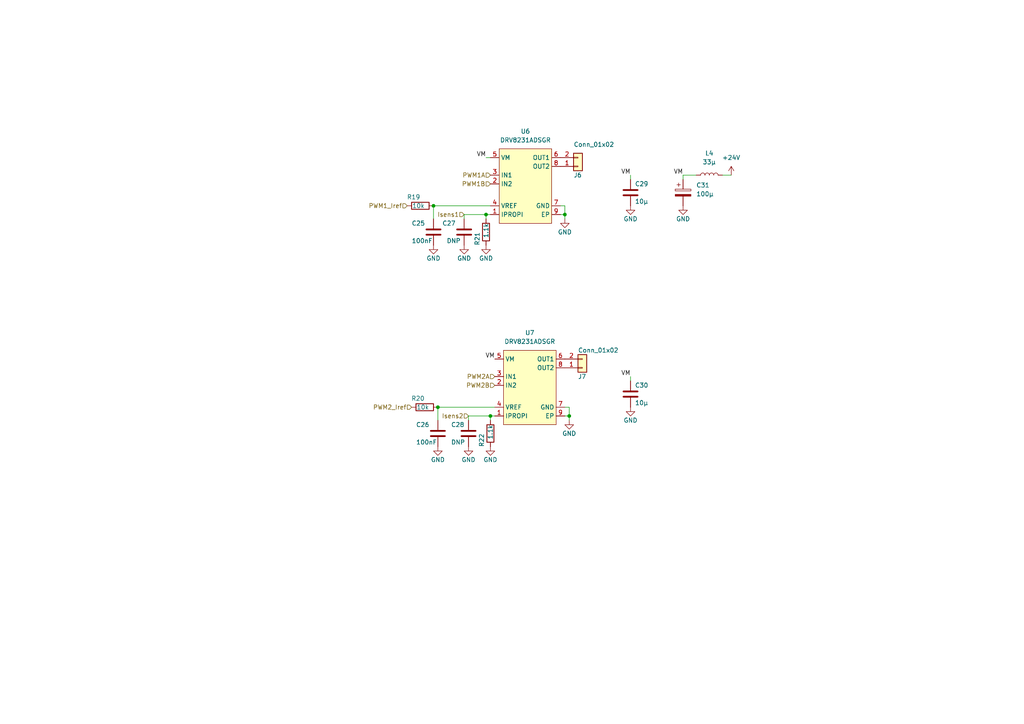
<source format=kicad_sch>
(kicad_sch (version 20211123) (generator eeschema)
  (paper "A4")
  (lib_symbols
    (symbol "Bergi:DRV8231ADSGR"
      (property "Reference" "U" (at -6.35 3.81 0))
      (property "Value" "DRV8231ADSGR" (at 0 -20.32 0))
      (symbol "DRV8231ADSGR_0_1"
        (rectangle (start -7.62 2.54) (end 7.62 -19.05) (fill (type background)))
      )
      (symbol "DRV8231ADSGR_1_1"
        (pin unspecified line (at -10.16 -16.51 0) (length 2.54) (name "IPROPI") (number "1"))
        (pin unspecified line (at -10.16 -7.62 0) (length 2.54) (name "IN2") (number "2"))
        (pin unspecified line (at -10.16 -5.08 0) (length 2.54) (name "IN1") (number "3"))
        (pin unspecified line (at -10.16 -13.97 0) (length 2.54) (name "VREF") (number "4"))
        (pin unspecified line (at -10.16 0 0) (length 2.54) (name "VM") (number "5"))
        (pin unspecified line (at 10.16 0 180) (length 2.54) (name "OUT1") (number "6"))
        (pin unspecified line (at 10.16 -13.97 180) (length 2.54) (name "GND") (number "7"))
        (pin unspecified line (at 10.16 -2.54 180) (length 2.54) (name "OUT2") (number "8"))
        (pin unspecified line (at 10.16 -16.51 180) (length 2.54) (name "EP") (number "9"))
      )
    )
    (symbol "Connector_Generic:Conn_01x02" (pin_names (offset 1.016) hide)
      (property "Reference" "J" (at 0 2.54 0))
      (property "Value" "Conn_01x02" (at 0 -5.08 0))
      (symbol "Conn_01x02_1_1"
        (rectangle (start -1.27 -2.413) (end 0 -2.667) (stroke (width 0.1524)))
        (rectangle (start -1.27 0.127) (end 0 -0.127) (stroke (width 0.1524)))
        (rectangle (start -1.27 1.27) (end 1.27 -3.81) (stroke (width 0.254)) (fill (type background)))
        (pin passive line (at -5.08 0 0) (length 3.81) (name "Pin_1") (number "1"))
        (pin passive line (at -5.08 -2.54 0) (length 3.81) (name "Pin_2") (number "2"))
      )
    )
    (symbol "Device:C" (pin_numbers hide) (pin_names (offset 0.254))
      (property "Reference" "C" (at 0.635 2.54 0))
      (property "Value" "C" (at 0.635 -2.54 0))
      (symbol "C_0_1"
        (polyline (pts (xy -2.032 -0.762) (xy 2.032 -0.762)) (stroke (width 0.508)))
        (polyline (pts (xy -2.032 0.762) (xy 2.032 0.762)) (stroke (width 0.508)))
      )
      (symbol "C_1_1"
        (pin passive line (at 0 3.81 270) (length 2.794) (name "~") (number "1"))
        (pin passive line (at 0 -3.81 90) (length 2.794) (name "~") (number "2"))
      )
    )
    (symbol "Device:C_Polarized" (pin_numbers hide) (pin_names (offset 0.254))
      (property "Reference" "C" (at 0.635 2.54 0))
      (property "Value" "C_Polarized" (at 0.635 -2.54 0))
      (symbol "C_Polarized_0_1"
        (rectangle (start -2.286 0.508) (end 2.286 1.016))
        (polyline (pts (xy -1.778 2.286) (xy -0.762 2.286)))
        (polyline (pts (xy -1.27 2.794) (xy -1.27 1.778)))
        (rectangle (start 2.286 -0.508) (end -2.286 -1.016) (fill (type outline)))
      )
      (symbol "C_Polarized_1_1"
        (pin passive line (at 0 3.81 270) (length 2.794) (name "~") (number "1"))
        (pin passive line (at 0 -3.81 90) (length 2.794) (name "~") (number "2"))
      )
    )
    (symbol "Device:L" (pin_numbers hide) (pin_names (offset 1.016) hide)
      (property "Reference" "L" (at -1.27 0 90))
      (property "Value" "L" (at 1.905 0 90))
      (symbol "L_0_1"
        (arc (start 0 -2.54) (mid 0.635 -1.905) (end 0 -1.27))
        (arc (start 0 -1.27) (mid 0.635 -0.635) (end 0 0))
        (arc (start 0 0) (mid 0.635 0.635) (end 0 1.27))
        (arc (start 0 1.27) (mid 0.635 1.905) (end 0 2.54))
      )
      (symbol "L_1_1"
        (pin passive line (at 0 3.81 270) (length 1.27) (name "1") (number "1"))
        (pin passive line (at 0 -3.81 90) (length 1.27) (name "2") (number "2"))
      )
    )
    (symbol "Device:R" (pin_numbers hide) (pin_names (offset 0))
      (property "Reference" "R" (at 2.032 0 90))
      (property "Value" "R" (at 0 0 90))
      (symbol "R_0_1"
        (rectangle (start -1.016 -2.54) (end 1.016 2.54) (stroke (width 0.254)))
      )
      (symbol "R_1_1"
        (pin passive line (at 0 3.81 270) (length 1.27) (name "~") (number "1"))
        (pin passive line (at 0 -3.81 90) (length 1.27) (name "~") (number "2"))
      )
    )
    (symbol "power:+24V" (power) (pin_names (offset 0))
      (property "Value" "+24V" (at 0 3.556 0))
      (symbol "+24V_0_1"
        (polyline (pts (xy -0.762 1.27) (xy 0 2.54)))
        (polyline (pts (xy 0 0) (xy 0 2.54)))
        (polyline (pts (xy 0 2.54) (xy 0.762 1.27)))
      )
      (symbol "+24V_1_1"
        (pin power_in line (at 0 0 90) (length 0) hide (name "+24V") (number "1"))
      )
    )
    (symbol "power:GND" (power) (pin_names (offset 0))
      (property "Value" "GND" (at 0 -3.81 0))
      (symbol "GND_0_1"
        (polyline (pts (xy 0 0) (xy 0 -1.27) (xy 1.27 -1.27) (xy 0 -2.54) (xy -1.27 -1.27) (xy 0 -1.27)))
      )
      (symbol "GND_1_1"
        (pin power_in line (at 0 0 270) (length 0) hide (name "GND") (number "1"))
      )
    )
  )
  (junction (at 165.1 120.65))
  (junction (at 163.83 62.23))
  (junction (at 127 118.11))
  (junction (at 140.97 62.23))
  (junction (at 142.24 120.65))
  (junction (at 125.73 59.69))
  (wire (pts (xy 125.73 59.69) (xy 142.24 59.69)))
  (wire (pts (xy 165.1 118.11) (xy 165.1 120.65)))
  (wire (pts (xy 134.62 62.23) (xy 140.97 62.23)))
  (wire (pts (xy 125.73 59.69) (xy 125.73 63.5)))
  (wire (pts (xy 165.1 121.92) (xy 165.1 120.65)))
  (wire (pts (xy 135.89 120.65) (xy 142.24 120.65)))
  (wire (pts (xy 162.56 59.69) (xy 163.83 59.69)))
  (wire (pts (xy 209.55 50.8) (xy 212.09 50.8)))
  (wire (pts (xy 163.83 63.5) (xy 163.83 62.23)))
  (wire (pts (xy 127 118.11) (xy 143.51 118.11)))
  (wire (pts (xy 201.93 50.8) (xy 198.12 50.8)))
  (wire (pts (xy 140.97 62.23) (xy 142.24 62.23)))
  (wire (pts (xy 134.62 63.5) (xy 134.62 62.23)))
  (wire (pts (xy 127 121.92) (xy 127 118.11)))
  (wire (pts (xy 140.97 63.5) (xy 140.97 62.23)))
  (wire (pts (xy 135.89 121.92) (xy 135.89 120.65)))
  (wire (pts (xy 182.88 109.22) (xy 182.88 110.49)))
  (wire (pts (xy 142.24 120.65) (xy 143.51 120.65)))
  (wire (pts (xy 142.24 121.92) (xy 142.24 120.65)))
  (wire (pts (xy 165.1 120.65) (xy 163.83 120.65)))
  (wire (pts (xy 163.83 62.23) (xy 162.56 62.23)))
  (wire (pts (xy 140.97 45.72) (xy 142.24 45.72)))
  (wire (pts (xy 163.83 59.69) (xy 163.83 62.23)))
  (wire (pts (xy 182.88 50.8) (xy 182.88 52.07)))
  (wire (pts (xy 198.12 50.8) (xy 198.12 52.07)))
  (wire (pts (xy 163.83 118.11) (xy 165.1 118.11)))
  (label "VM" (at 143.51 104.14 180))
  (label "VM" (at 182.88 109.22 180))
  (label "VM" (at 182.88 50.8 180))
  (label "VM" (at 140.97 45.72 180))
  (label "VM" (at 198.12 50.8 180))
  (hierarchical_label "PWM2B" (shape input) (at 143.51 111.76 180))
  (hierarchical_label "PWM2A" (shape input) (at 143.51 109.22 180))
  (hierarchical_label "PWM1A" (shape input) (at 142.24 50.8 180))
  (hierarchical_label "PWM1B" (shape input) (at 142.24 53.34 180))
  (hierarchical_label "Isens1" (shape input) (at 134.62 62.23 180))
  (hierarchical_label "PWM2_Iref" (shape input) (at 119.38 118.11 180))
  (hierarchical_label "Isens2" (shape input) (at 135.89 120.65 180))
  (hierarchical_label "PWM1_Iref" (shape input) (at 118.11 59.69 180))
  (symbol (lib_id "Device:C") (at 134.62 67.31 0) (unit 1)
    (property "Reference" "C27" (at 128.27 64.77 0) (effects (justify left)))
    (property "Value" "DNP" (at 129.54 69.85 0) (effects (justify left)))
    (property "Footprint" "Capacitor_SMD:C_0603_1608Metric" (effects hide))
  )
  (symbol (lib_id "Device:C") (at 125.73 67.31 0) (unit 1)
    (property "Reference" "C25" (at 119.38 64.77 0) (effects (justify left)))
    (property "Value" "100nF" (at 119.38 69.85 0) (effects (justify left)))
    (property "Footprint" "Capacitor_SMD:C_0603_1608Metric" (effects hide))
  )
  (symbol (lib_id "power:GND") (at 142.24 129.54 0) (unit 1)
    (property "Reference" "#PWR078" (effects hide))
    (property "Value" "GND" (at 142.24 133.35 0))
  )
  (symbol (lib_id "power:GND") (at 125.73 71.12 0) (unit 1)
    (property "Reference" "#PWR073" (effects hide))
    (property "Value" "GND" (at 125.73 74.93 0))
  )
  (symbol (lib_id "Device:C") (at 135.89 125.73 0) (unit 1)
    (property "Reference" "C28" (at 130.81 123.19 0) (effects (justify left)))
    (property "Value" "DNP" (at 130.81 128.27 0) (effects (justify left)))
    (property "Footprint" "Capacitor_SMD:C_0603_1608Metric" (effects hide))
  )
  (symbol (lib_id "power:GND") (at 163.83 63.5 0) (unit 1)
    (property "Reference" "#PWR079" (effects hide))
    (property "Value" "GND" (at 163.83 67.31 0))
  )
  (symbol (lib_id "power:+24V") (at 212.09 50.8 0) (unit 1)
    (property "Reference" "#PWR084" (effects hide))
    (property "Value" "+24V" (at 212.09 45.72 0))
  )
  (symbol (lib_id "power:GND") (at 182.88 118.11 0) (unit 1)
    (property "Reference" "#PWR082" (effects hide))
    (property "Value" "GND" (at 182.88 121.92 0))
  )
  (symbol (lib_id "Device:C_Polarized") (at 198.12 55.88 0) (unit 1)
    (property "Reference" "C31" (at 201.93 53.7209 0) (effects (justify left)))
    (property "Value" "100µ" (at 201.93 56.2609 0) (effects (justify left)))
    (property "Footprint" "Capacitor_THT:CP_Radial_D6.3mm_P2.50mm" (effects hide))
  )
  (symbol (lib_id "power:GND") (at 165.1 121.92 0) (unit 1)
    (property "Reference" "#PWR080" (effects hide))
    (property "Value" "GND" (at 165.1 125.73 0))
  )
  (symbol (lib_id "Device:C") (at 182.88 55.88 180) (unit 1)
    (property "Reference" "C29" (at 184.15 53.34 0) (effects (justify right)))
    (property "Value" "10µ" (at 184.15 58.42 0) (effects (justify right)))
    (property "Footprint" "Capacitor_SMD:C_1210_3225Metric" (effects hide))
  )
  (symbol (lib_id "Device:R") (at 123.19 118.11 270) (unit 1)
    (property "Reference" "R20" (at 123.19 115.57 90) (effects (justify right)))
    (property "Value" "10k" (at 124.46 118.11 90) (effects (justify right)))
    (property "Footprint" "Resistor_SMD:R_0603_1608Metric" (effects hide))
  )
  (symbol (lib_id "Device:R") (at 142.24 125.73 0) (unit 1)
    (property "Reference" "R22" (at 139.7 125.73 90) (effects (justify right)))
    (property "Value" "1.1k" (at 142.24 123.19 90) (effects (justify right)))
    (property "Footprint" "Resistor_SMD:R_0603_1608Metric" (effects hide))
  )
  (symbol (lib_id "Connector_Generic:Conn_01x02") (at 168.91 106.68 0) (mirror x) (unit 1)
    (property "Reference" "J7" (at 167.64 109.22 0) (effects (justify left)))
    (property "Value" "Conn_01x02" (at 167.64 101.6 0) (effects (justify left)))
    (property "Footprint" "Connector_JST:JST_EH_S2B-EH_1x02_P2.50mm_Horizontal" (effects hide))
  )
  (symbol (lib_id "Connector_Generic:Conn_01x02") (at 167.64 48.26 0) (mirror x) (unit 1)
    (property "Reference" "J6" (at 166.37 50.8 0) (effects (justify left)))
    (property "Value" "Conn_01x02" (at 166.37 41.91 0) (effects (justify left)))
    (property "Footprint" "Connector_JST:JST_EH_S2B-EH_1x02_P2.50mm_Horizontal" (effects hide))
  )
  (symbol (lib_id "power:GND") (at 135.89 129.54 0) (unit 1)
    (property "Reference" "#PWR076" (effects hide))
    (property "Value" "GND" (at 135.89 133.35 0))
  )
  (symbol (lib_id "Device:R") (at 121.92 59.69 270) (unit 1)
    (property "Reference" "R19" (at 121.92 57.15 90) (effects (justify right)))
    (property "Value" "10k" (at 123.19 59.69 90) (effects (justify right)))
    (property "Footprint" "Resistor_SMD:R_0603_1608Metric" (effects hide))
  )
  (symbol (lib_id "Device:R") (at 140.97 67.31 0) (unit 1)
    (property "Reference" "R21" (at 138.43 67.31 90) (effects (justify right)))
    (property "Value" "1.1k" (at 140.97 64.77 90) (effects (justify right)))
    (property "Footprint" "Resistor_SMD:R_0603_1608Metric" (effects hide))
  )
  (symbol (lib_id "power:GND") (at 182.88 59.69 0) (unit 1)
    (property "Reference" "#PWR081" (effects hide))
    (property "Value" "GND" (at 182.88 63.5 0))
  )
  (symbol (lib_id "power:GND") (at 127 129.54 0) (unit 1)
    (property "Reference" "#PWR074" (effects hide))
    (property "Value" "GND" (at 127 133.35 0))
  )
  (symbol (lib_id "power:GND") (at 140.97 71.12 0) (unit 1)
    (property "Reference" "#PWR077" (effects hide))
    (property "Value" "GND" (at 140.97 74.93 0))
  )
  (symbol (lib_id "Bergi:DRV8231ADSGR") (at 152.4 45.72 0) (unit 1)
    (property "Reference" "U6" (at 152.4 38.1 0))
    (property "Value" "DRV8231ADSGR" (at 152.4 40.64 0))
    (property "Footprint" "Package_SON:WSON-8-1EP_2x2mm_P0.5mm_EP0.9x1.6mm" (effects hide))
  )
  (symbol (lib_id "Device:C") (at 127 125.73 0) (unit 1)
    (property "Reference" "C26" (at 120.65 123.19 0) (effects (justify left)))
    (property "Value" "100nF" (at 120.65 128.27 0) (effects (justify left)))
    (property "Footprint" "Capacitor_SMD:C_0603_1608Metric" (effects hide))
  )
  (symbol (lib_id "Bergi:DRV8231ADSGR") (at 153.67 104.14 0) (unit 1)
    (property "Reference" "U7" (at 153.67 96.52 0))
    (property "Value" "DRV8231ADSGR" (at 153.67 99.06 0))
    (property "Footprint" "Package_SON:WSON-8-1EP_2x2mm_P0.5mm_EP0.9x1.6mm" (effects hide))
  )
  (symbol (lib_id "Device:L") (at 205.74 50.8 90) (unit 1)
    (property "Reference" "L4" (at 205.74 44.45 90))
    (property "Value" "33µ" (at 205.74 46.99 90))
    (property "Footprint" "Inductor_SMD:L_12x12mm_H8mm" (effects hide))
  )
  (symbol (lib_id "power:GND") (at 198.12 59.69 0) (unit 1)
    (property "Reference" "#PWR083" (effects hide))
    (property "Value" "GND" (at 198.12 63.5 0))
  )
  (symbol (lib_id "power:GND") (at 134.62 71.12 0) (unit 1)
    (property "Reference" "#PWR075" (effects hide))
    (property "Value" "GND" (at 134.62 74.93 0))
  )
  (symbol (lib_id "Device:C") (at 182.88 114.3 180) (unit 1)
    (property "Reference" "C30" (at 184.15 111.76 0) (effects (justify right)))
    (property "Value" "10µ" (at 184.15 116.84 0) (effects (justify right)))
    (property "Footprint" "Capacitor_SMD:C_1210_3225Metric" (effects hide))
  )
)
</source>
